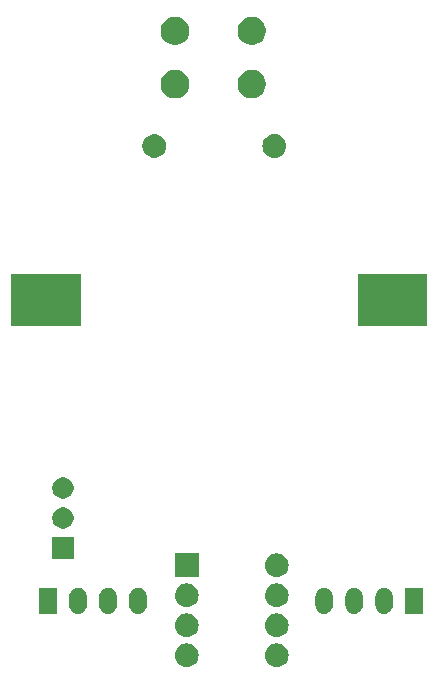
<source format=gbr>
G04 #@! TF.GenerationSoftware,KiCad,Pcbnew,5.0.2-bee76a0~70~ubuntu18.04.1*
G04 #@! TF.CreationDate,2019-03-10T18:19:14+01:00*
G04 #@! TF.ProjectId,robotac19,726f626f-7461-4633-9139-2e6b69636164,rev?*
G04 #@! TF.SameCoordinates,Original*
G04 #@! TF.FileFunction,Soldermask,Bot*
G04 #@! TF.FilePolarity,Negative*
%FSLAX46Y46*%
G04 Gerber Fmt 4.6, Leading zero omitted, Abs format (unit mm)*
G04 Created by KiCad (PCBNEW 5.0.2-bee76a0~70~ubuntu18.04.1) date dom 10 mar 2019 18:19:14 CET*
%MOMM*%
%LPD*%
G01*
G04 APERTURE LIST*
%ADD10C,0.100000*%
G04 APERTURE END LIST*
D10*
G36*
X160566030Y-124134469D02*
X160566033Y-124134470D01*
X160566034Y-124134470D01*
X160754535Y-124191651D01*
X160754537Y-124191652D01*
X160928260Y-124284509D01*
X161080528Y-124409472D01*
X161205491Y-124561740D01*
X161298348Y-124735463D01*
X161355531Y-124923970D01*
X161374838Y-125120000D01*
X161355531Y-125316030D01*
X161298348Y-125504537D01*
X161205491Y-125678260D01*
X161080528Y-125830528D01*
X160928260Y-125955491D01*
X160928258Y-125955492D01*
X160754535Y-126048349D01*
X160566034Y-126105530D01*
X160566033Y-126105530D01*
X160566030Y-126105531D01*
X160419124Y-126120000D01*
X160320876Y-126120000D01*
X160173970Y-126105531D01*
X160173967Y-126105530D01*
X160173966Y-126105530D01*
X159985465Y-126048349D01*
X159811742Y-125955492D01*
X159811740Y-125955491D01*
X159659472Y-125830528D01*
X159534509Y-125678260D01*
X159441652Y-125504537D01*
X159384469Y-125316030D01*
X159365162Y-125120000D01*
X159384469Y-124923970D01*
X159441652Y-124735463D01*
X159534509Y-124561740D01*
X159659472Y-124409472D01*
X159811740Y-124284509D01*
X159985463Y-124191652D01*
X159985465Y-124191651D01*
X160173966Y-124134470D01*
X160173967Y-124134470D01*
X160173970Y-124134469D01*
X160320876Y-124120000D01*
X160419124Y-124120000D01*
X160566030Y-124134469D01*
X160566030Y-124134469D01*
G37*
G36*
X152946030Y-124134469D02*
X152946033Y-124134470D01*
X152946034Y-124134470D01*
X153134535Y-124191651D01*
X153134537Y-124191652D01*
X153308260Y-124284509D01*
X153460528Y-124409472D01*
X153585491Y-124561740D01*
X153678348Y-124735463D01*
X153735531Y-124923970D01*
X153754838Y-125120000D01*
X153735531Y-125316030D01*
X153678348Y-125504537D01*
X153585491Y-125678260D01*
X153460528Y-125830528D01*
X153308260Y-125955491D01*
X153308258Y-125955492D01*
X153134535Y-126048349D01*
X152946034Y-126105530D01*
X152946033Y-126105530D01*
X152946030Y-126105531D01*
X152799124Y-126120000D01*
X152700876Y-126120000D01*
X152553970Y-126105531D01*
X152553967Y-126105530D01*
X152553966Y-126105530D01*
X152365465Y-126048349D01*
X152191742Y-125955492D01*
X152191740Y-125955491D01*
X152039472Y-125830528D01*
X151914509Y-125678260D01*
X151821652Y-125504537D01*
X151764469Y-125316030D01*
X151745162Y-125120000D01*
X151764469Y-124923970D01*
X151821652Y-124735463D01*
X151914509Y-124561740D01*
X152039472Y-124409472D01*
X152191740Y-124284509D01*
X152365463Y-124191652D01*
X152365465Y-124191651D01*
X152553966Y-124134470D01*
X152553967Y-124134470D01*
X152553970Y-124134469D01*
X152700876Y-124120000D01*
X152799124Y-124120000D01*
X152946030Y-124134469D01*
X152946030Y-124134469D01*
G37*
G36*
X160566030Y-121594469D02*
X160566033Y-121594470D01*
X160566034Y-121594470D01*
X160754535Y-121651651D01*
X160754537Y-121651652D01*
X160928260Y-121744509D01*
X161080528Y-121869472D01*
X161205491Y-122021740D01*
X161298348Y-122195463D01*
X161355531Y-122383970D01*
X161374838Y-122580000D01*
X161355531Y-122776030D01*
X161298348Y-122964537D01*
X161205491Y-123138260D01*
X161080528Y-123290528D01*
X160928260Y-123415491D01*
X160928258Y-123415492D01*
X160754535Y-123508349D01*
X160566034Y-123565530D01*
X160566033Y-123565530D01*
X160566030Y-123565531D01*
X160419124Y-123580000D01*
X160320876Y-123580000D01*
X160173970Y-123565531D01*
X160173967Y-123565530D01*
X160173966Y-123565530D01*
X159985465Y-123508349D01*
X159811742Y-123415492D01*
X159811740Y-123415491D01*
X159659472Y-123290528D01*
X159534509Y-123138260D01*
X159441652Y-122964537D01*
X159384469Y-122776030D01*
X159365162Y-122580000D01*
X159384469Y-122383970D01*
X159441652Y-122195463D01*
X159534509Y-122021740D01*
X159659472Y-121869472D01*
X159811740Y-121744509D01*
X159985463Y-121651652D01*
X159985465Y-121651651D01*
X160173966Y-121594470D01*
X160173967Y-121594470D01*
X160173970Y-121594469D01*
X160320876Y-121580000D01*
X160419124Y-121580000D01*
X160566030Y-121594469D01*
X160566030Y-121594469D01*
G37*
G36*
X152946030Y-121594469D02*
X152946033Y-121594470D01*
X152946034Y-121594470D01*
X153134535Y-121651651D01*
X153134537Y-121651652D01*
X153308260Y-121744509D01*
X153460528Y-121869472D01*
X153585491Y-122021740D01*
X153678348Y-122195463D01*
X153735531Y-122383970D01*
X153754838Y-122580000D01*
X153735531Y-122776030D01*
X153678348Y-122964537D01*
X153585491Y-123138260D01*
X153460528Y-123290528D01*
X153308260Y-123415491D01*
X153308258Y-123415492D01*
X153134535Y-123508349D01*
X152946034Y-123565530D01*
X152946033Y-123565530D01*
X152946030Y-123565531D01*
X152799124Y-123580000D01*
X152700876Y-123580000D01*
X152553970Y-123565531D01*
X152553967Y-123565530D01*
X152553966Y-123565530D01*
X152365465Y-123508349D01*
X152191742Y-123415492D01*
X152191740Y-123415491D01*
X152039472Y-123290528D01*
X151914509Y-123138260D01*
X151821652Y-122964537D01*
X151764469Y-122776030D01*
X151745162Y-122580000D01*
X151764469Y-122383970D01*
X151821652Y-122195463D01*
X151914509Y-122021740D01*
X152039472Y-121869472D01*
X152191740Y-121744509D01*
X152365463Y-121651652D01*
X152365465Y-121651651D01*
X152553966Y-121594470D01*
X152553967Y-121594470D01*
X152553970Y-121594469D01*
X152700876Y-121580000D01*
X152799124Y-121580000D01*
X152946030Y-121594469D01*
X152946030Y-121594469D01*
G37*
G36*
X164416105Y-119400000D02*
X164524085Y-119410635D01*
X164616450Y-119438654D01*
X164662634Y-119452663D01*
X164717036Y-119481742D01*
X164790320Y-119520913D01*
X164902238Y-119612762D01*
X164994087Y-119724680D01*
X165025856Y-119784116D01*
X165062337Y-119852366D01*
X165076346Y-119898550D01*
X165104365Y-119990915D01*
X165115000Y-120098895D01*
X165115000Y-120901105D01*
X165104365Y-121009085D01*
X165099376Y-121025530D01*
X165062337Y-121147634D01*
X165062336Y-121147635D01*
X164994088Y-121275319D01*
X164994086Y-121275321D01*
X164902238Y-121387238D01*
X164790321Y-121479086D01*
X164662633Y-121547337D01*
X164616449Y-121561346D01*
X164524084Y-121589365D01*
X164380000Y-121603556D01*
X164379999Y-121603556D01*
X164331972Y-121598826D01*
X164235915Y-121589365D01*
X164143550Y-121561346D01*
X164097366Y-121547337D01*
X164029116Y-121510856D01*
X163969680Y-121479087D01*
X163952662Y-121465121D01*
X163857762Y-121387238D01*
X163765914Y-121275321D01*
X163697663Y-121147633D01*
X163683654Y-121101449D01*
X163655635Y-121009084D01*
X163645000Y-120901104D01*
X163645000Y-120098895D01*
X163655635Y-119990915D01*
X163697664Y-119852367D01*
X163765914Y-119724680D01*
X163857763Y-119612762D01*
X163969681Y-119520913D01*
X164042965Y-119481742D01*
X164097367Y-119452663D01*
X164143551Y-119438654D01*
X164235916Y-119410635D01*
X164380000Y-119396444D01*
X164380001Y-119396444D01*
X164416105Y-119400000D01*
X164416105Y-119400000D01*
G37*
G36*
X143684084Y-119410635D02*
X143776449Y-119438654D01*
X143822633Y-119452663D01*
X143950321Y-119520914D01*
X144062238Y-119612762D01*
X144097283Y-119655465D01*
X144154087Y-119724680D01*
X144185856Y-119784116D01*
X144222337Y-119852366D01*
X144236346Y-119898550D01*
X144264365Y-119990915D01*
X144275000Y-120098895D01*
X144275000Y-120901105D01*
X144264365Y-121009085D01*
X144259376Y-121025530D01*
X144222337Y-121147634D01*
X144222336Y-121147635D01*
X144154087Y-121275320D01*
X144062238Y-121387238D01*
X143950320Y-121479087D01*
X143890884Y-121510856D01*
X143822634Y-121547337D01*
X143776450Y-121561346D01*
X143684085Y-121589365D01*
X143588028Y-121598826D01*
X143540001Y-121603556D01*
X143540000Y-121603556D01*
X143395916Y-121589365D01*
X143303551Y-121561346D01*
X143257367Y-121547337D01*
X143189117Y-121510856D01*
X143129681Y-121479087D01*
X143017763Y-121387238D01*
X142925914Y-121275320D01*
X142857664Y-121147633D01*
X142815635Y-121009085D01*
X142805000Y-120901105D01*
X142805000Y-120098896D01*
X142815635Y-119990916D01*
X142857663Y-119852368D01*
X142857663Y-119852367D01*
X142925914Y-119724679D01*
X143017762Y-119612762D01*
X143129679Y-119520914D01*
X143129678Y-119520914D01*
X143129680Y-119520913D01*
X143202964Y-119481742D01*
X143257366Y-119452663D01*
X143303550Y-119438654D01*
X143395915Y-119410635D01*
X143503895Y-119400000D01*
X143539999Y-119396444D01*
X143540000Y-119396444D01*
X143684084Y-119410635D01*
X143684084Y-119410635D01*
G37*
G36*
X166956105Y-119400000D02*
X167064085Y-119410635D01*
X167156450Y-119438654D01*
X167202634Y-119452663D01*
X167257036Y-119481742D01*
X167330320Y-119520913D01*
X167442238Y-119612762D01*
X167534087Y-119724680D01*
X167565856Y-119784116D01*
X167602337Y-119852366D01*
X167616346Y-119898550D01*
X167644365Y-119990915D01*
X167655000Y-120098895D01*
X167655000Y-120901105D01*
X167644365Y-121009085D01*
X167639376Y-121025530D01*
X167602337Y-121147634D01*
X167602336Y-121147635D01*
X167534088Y-121275319D01*
X167534086Y-121275321D01*
X167442238Y-121387238D01*
X167330321Y-121479086D01*
X167202633Y-121547337D01*
X167156449Y-121561346D01*
X167064084Y-121589365D01*
X166920000Y-121603556D01*
X166919999Y-121603556D01*
X166871972Y-121598826D01*
X166775915Y-121589365D01*
X166683550Y-121561346D01*
X166637366Y-121547337D01*
X166569116Y-121510856D01*
X166509680Y-121479087D01*
X166492662Y-121465121D01*
X166397762Y-121387238D01*
X166305914Y-121275321D01*
X166237663Y-121147633D01*
X166223654Y-121101449D01*
X166195635Y-121009084D01*
X166185000Y-120901104D01*
X166185000Y-120098895D01*
X166195635Y-119990915D01*
X166237664Y-119852367D01*
X166305914Y-119724680D01*
X166397763Y-119612762D01*
X166509681Y-119520913D01*
X166582965Y-119481742D01*
X166637367Y-119452663D01*
X166683551Y-119438654D01*
X166775916Y-119410635D01*
X166920000Y-119396444D01*
X166920001Y-119396444D01*
X166956105Y-119400000D01*
X166956105Y-119400000D01*
G37*
G36*
X169496105Y-119400000D02*
X169604085Y-119410635D01*
X169696450Y-119438654D01*
X169742634Y-119452663D01*
X169797036Y-119481742D01*
X169870320Y-119520913D01*
X169982238Y-119612762D01*
X170074087Y-119724680D01*
X170105856Y-119784116D01*
X170142337Y-119852366D01*
X170156346Y-119898550D01*
X170184365Y-119990915D01*
X170195000Y-120098895D01*
X170195000Y-120901105D01*
X170184365Y-121009085D01*
X170179376Y-121025530D01*
X170142337Y-121147634D01*
X170142336Y-121147635D01*
X170074088Y-121275319D01*
X170074086Y-121275321D01*
X169982238Y-121387238D01*
X169870321Y-121479086D01*
X169742633Y-121547337D01*
X169696449Y-121561346D01*
X169604084Y-121589365D01*
X169460000Y-121603556D01*
X169459999Y-121603556D01*
X169411972Y-121598826D01*
X169315915Y-121589365D01*
X169223550Y-121561346D01*
X169177366Y-121547337D01*
X169109116Y-121510856D01*
X169049680Y-121479087D01*
X169032662Y-121465121D01*
X168937762Y-121387238D01*
X168845914Y-121275321D01*
X168777663Y-121147633D01*
X168763654Y-121101449D01*
X168735635Y-121009084D01*
X168725000Y-120901104D01*
X168725000Y-120098895D01*
X168735635Y-119990915D01*
X168777664Y-119852367D01*
X168845914Y-119724680D01*
X168937763Y-119612762D01*
X169049681Y-119520913D01*
X169122965Y-119481742D01*
X169177367Y-119452663D01*
X169223551Y-119438654D01*
X169315916Y-119410635D01*
X169460000Y-119396444D01*
X169460001Y-119396444D01*
X169496105Y-119400000D01*
X169496105Y-119400000D01*
G37*
G36*
X146224084Y-119410635D02*
X146316449Y-119438654D01*
X146362633Y-119452663D01*
X146490321Y-119520914D01*
X146602238Y-119612762D01*
X146637283Y-119655465D01*
X146694087Y-119724680D01*
X146725856Y-119784116D01*
X146762337Y-119852366D01*
X146776346Y-119898550D01*
X146804365Y-119990915D01*
X146815000Y-120098895D01*
X146815000Y-120901105D01*
X146804365Y-121009085D01*
X146799376Y-121025530D01*
X146762337Y-121147634D01*
X146762336Y-121147635D01*
X146694087Y-121275320D01*
X146602238Y-121387238D01*
X146490320Y-121479087D01*
X146430884Y-121510856D01*
X146362634Y-121547337D01*
X146316450Y-121561346D01*
X146224085Y-121589365D01*
X146128028Y-121598826D01*
X146080001Y-121603556D01*
X146080000Y-121603556D01*
X145935916Y-121589365D01*
X145843551Y-121561346D01*
X145797367Y-121547337D01*
X145729117Y-121510856D01*
X145669681Y-121479087D01*
X145557763Y-121387238D01*
X145465914Y-121275320D01*
X145397664Y-121147633D01*
X145355635Y-121009085D01*
X145345000Y-120901105D01*
X145345000Y-120098896D01*
X145355635Y-119990916D01*
X145397663Y-119852368D01*
X145397663Y-119852367D01*
X145465914Y-119724679D01*
X145557762Y-119612762D01*
X145669679Y-119520914D01*
X145669678Y-119520914D01*
X145669680Y-119520913D01*
X145742964Y-119481742D01*
X145797366Y-119452663D01*
X145843550Y-119438654D01*
X145935915Y-119410635D01*
X146043895Y-119400000D01*
X146079999Y-119396444D01*
X146080000Y-119396444D01*
X146224084Y-119410635D01*
X146224084Y-119410635D01*
G37*
G36*
X148764084Y-119410635D02*
X148856449Y-119438654D01*
X148902633Y-119452663D01*
X149030321Y-119520914D01*
X149142238Y-119612762D01*
X149177283Y-119655465D01*
X149234087Y-119724680D01*
X149265856Y-119784116D01*
X149302337Y-119852366D01*
X149316346Y-119898550D01*
X149344365Y-119990915D01*
X149355000Y-120098895D01*
X149355000Y-120901105D01*
X149344365Y-121009085D01*
X149339376Y-121025530D01*
X149302337Y-121147634D01*
X149302336Y-121147635D01*
X149234087Y-121275320D01*
X149142238Y-121387238D01*
X149030320Y-121479087D01*
X148970884Y-121510856D01*
X148902634Y-121547337D01*
X148856450Y-121561346D01*
X148764085Y-121589365D01*
X148668028Y-121598826D01*
X148620001Y-121603556D01*
X148620000Y-121603556D01*
X148475916Y-121589365D01*
X148383551Y-121561346D01*
X148337367Y-121547337D01*
X148269117Y-121510856D01*
X148209681Y-121479087D01*
X148097763Y-121387238D01*
X148005914Y-121275320D01*
X147937664Y-121147633D01*
X147895635Y-121009085D01*
X147885000Y-120901105D01*
X147885000Y-120098896D01*
X147895635Y-119990916D01*
X147937663Y-119852368D01*
X147937663Y-119852367D01*
X148005914Y-119724679D01*
X148097762Y-119612762D01*
X148209679Y-119520914D01*
X148209678Y-119520914D01*
X148209680Y-119520913D01*
X148282964Y-119481742D01*
X148337366Y-119452663D01*
X148383550Y-119438654D01*
X148475915Y-119410635D01*
X148583895Y-119400000D01*
X148619999Y-119396444D01*
X148620000Y-119396444D01*
X148764084Y-119410635D01*
X148764084Y-119410635D01*
G37*
G36*
X141735000Y-121600000D02*
X140265000Y-121600000D01*
X140265000Y-119400000D01*
X141735000Y-119400000D01*
X141735000Y-121600000D01*
X141735000Y-121600000D01*
G37*
G36*
X172735000Y-121600000D02*
X171265000Y-121600000D01*
X171265000Y-119400000D01*
X172735000Y-119400000D01*
X172735000Y-121600000D01*
X172735000Y-121600000D01*
G37*
G36*
X160566030Y-119054469D02*
X160566033Y-119054470D01*
X160566034Y-119054470D01*
X160754535Y-119111651D01*
X160754537Y-119111652D01*
X160928260Y-119204509D01*
X161080528Y-119329472D01*
X161205491Y-119481740D01*
X161205492Y-119481742D01*
X161298349Y-119655465D01*
X161319345Y-119724680D01*
X161355531Y-119843970D01*
X161374838Y-120040000D01*
X161355531Y-120236030D01*
X161298348Y-120424537D01*
X161205491Y-120598260D01*
X161080528Y-120750528D01*
X160928260Y-120875491D01*
X160880340Y-120901105D01*
X160754535Y-120968349D01*
X160566034Y-121025530D01*
X160566033Y-121025530D01*
X160566030Y-121025531D01*
X160419124Y-121040000D01*
X160320876Y-121040000D01*
X160173970Y-121025531D01*
X160173967Y-121025530D01*
X160173966Y-121025530D01*
X159985465Y-120968349D01*
X159859660Y-120901105D01*
X159811740Y-120875491D01*
X159659472Y-120750528D01*
X159534509Y-120598260D01*
X159441652Y-120424537D01*
X159384469Y-120236030D01*
X159365162Y-120040000D01*
X159384469Y-119843970D01*
X159420655Y-119724680D01*
X159441651Y-119655465D01*
X159534508Y-119481742D01*
X159534509Y-119481740D01*
X159659472Y-119329472D01*
X159811740Y-119204509D01*
X159985463Y-119111652D01*
X159985465Y-119111651D01*
X160173966Y-119054470D01*
X160173967Y-119054470D01*
X160173970Y-119054469D01*
X160320876Y-119040000D01*
X160419124Y-119040000D01*
X160566030Y-119054469D01*
X160566030Y-119054469D01*
G37*
G36*
X152946030Y-119054469D02*
X152946033Y-119054470D01*
X152946034Y-119054470D01*
X153134535Y-119111651D01*
X153134537Y-119111652D01*
X153308260Y-119204509D01*
X153460528Y-119329472D01*
X153585491Y-119481740D01*
X153585492Y-119481742D01*
X153678349Y-119655465D01*
X153699345Y-119724680D01*
X153735531Y-119843970D01*
X153754838Y-120040000D01*
X153735531Y-120236030D01*
X153678348Y-120424537D01*
X153585491Y-120598260D01*
X153460528Y-120750528D01*
X153308260Y-120875491D01*
X153260340Y-120901105D01*
X153134535Y-120968349D01*
X152946034Y-121025530D01*
X152946033Y-121025530D01*
X152946030Y-121025531D01*
X152799124Y-121040000D01*
X152700876Y-121040000D01*
X152553970Y-121025531D01*
X152553967Y-121025530D01*
X152553966Y-121025530D01*
X152365465Y-120968349D01*
X152239660Y-120901105D01*
X152191740Y-120875491D01*
X152039472Y-120750528D01*
X151914509Y-120598260D01*
X151821652Y-120424537D01*
X151764469Y-120236030D01*
X151745162Y-120040000D01*
X151764469Y-119843970D01*
X151800655Y-119724680D01*
X151821651Y-119655465D01*
X151914508Y-119481742D01*
X151914509Y-119481740D01*
X152039472Y-119329472D01*
X152191740Y-119204509D01*
X152365463Y-119111652D01*
X152365465Y-119111651D01*
X152553966Y-119054470D01*
X152553967Y-119054470D01*
X152553970Y-119054469D01*
X152700876Y-119040000D01*
X152799124Y-119040000D01*
X152946030Y-119054469D01*
X152946030Y-119054469D01*
G37*
G36*
X160566030Y-116514469D02*
X160566033Y-116514470D01*
X160566034Y-116514470D01*
X160754535Y-116571651D01*
X160754537Y-116571652D01*
X160928260Y-116664509D01*
X161080528Y-116789472D01*
X161205491Y-116941740D01*
X161298348Y-117115463D01*
X161355531Y-117303970D01*
X161374838Y-117500000D01*
X161355531Y-117696030D01*
X161298348Y-117884537D01*
X161205491Y-118058260D01*
X161080528Y-118210528D01*
X160928260Y-118335491D01*
X160928258Y-118335492D01*
X160754535Y-118428349D01*
X160566034Y-118485530D01*
X160566033Y-118485530D01*
X160566030Y-118485531D01*
X160419124Y-118500000D01*
X160320876Y-118500000D01*
X160173970Y-118485531D01*
X160173967Y-118485530D01*
X160173966Y-118485530D01*
X159985465Y-118428349D01*
X159811742Y-118335492D01*
X159811740Y-118335491D01*
X159659472Y-118210528D01*
X159534509Y-118058260D01*
X159441652Y-117884537D01*
X159384469Y-117696030D01*
X159365162Y-117500000D01*
X159384469Y-117303970D01*
X159441652Y-117115463D01*
X159534509Y-116941740D01*
X159659472Y-116789472D01*
X159811740Y-116664509D01*
X159985463Y-116571652D01*
X159985465Y-116571651D01*
X160173966Y-116514470D01*
X160173967Y-116514470D01*
X160173970Y-116514469D01*
X160320876Y-116500000D01*
X160419124Y-116500000D01*
X160566030Y-116514469D01*
X160566030Y-116514469D01*
G37*
G36*
X153750000Y-118500000D02*
X151750000Y-118500000D01*
X151750000Y-116500000D01*
X153750000Y-116500000D01*
X153750000Y-118500000D01*
X153750000Y-118500000D01*
G37*
G36*
X143162000Y-116940000D02*
X141362000Y-116940000D01*
X141362000Y-115140000D01*
X143162000Y-115140000D01*
X143162000Y-116940000D01*
X143162000Y-116940000D01*
G37*
G36*
X142524521Y-112634586D02*
X142688309Y-112702429D01*
X142835720Y-112800926D01*
X142961074Y-112926280D01*
X143059571Y-113073691D01*
X143127414Y-113237479D01*
X143162000Y-113411356D01*
X143162000Y-113588644D01*
X143127414Y-113762521D01*
X143059571Y-113926309D01*
X142961074Y-114073720D01*
X142835720Y-114199074D01*
X142688309Y-114297571D01*
X142524521Y-114365414D01*
X142350644Y-114400000D01*
X142173356Y-114400000D01*
X141999479Y-114365414D01*
X141835691Y-114297571D01*
X141688280Y-114199074D01*
X141562926Y-114073720D01*
X141464429Y-113926309D01*
X141396586Y-113762521D01*
X141362000Y-113588644D01*
X141362000Y-113411356D01*
X141396586Y-113237479D01*
X141464429Y-113073691D01*
X141562926Y-112926280D01*
X141688280Y-112800926D01*
X141835691Y-112702429D01*
X141999479Y-112634586D01*
X142173356Y-112600000D01*
X142350644Y-112600000D01*
X142524521Y-112634586D01*
X142524521Y-112634586D01*
G37*
G36*
X142524521Y-110094586D02*
X142688309Y-110162429D01*
X142835720Y-110260926D01*
X142961074Y-110386280D01*
X143059571Y-110533691D01*
X143127414Y-110697479D01*
X143162000Y-110871356D01*
X143162000Y-111048644D01*
X143127414Y-111222521D01*
X143059571Y-111386309D01*
X142961074Y-111533720D01*
X142835720Y-111659074D01*
X142688309Y-111757571D01*
X142524521Y-111825414D01*
X142350644Y-111860000D01*
X142173356Y-111860000D01*
X141999479Y-111825414D01*
X141835691Y-111757571D01*
X141688280Y-111659074D01*
X141562926Y-111533720D01*
X141464429Y-111386309D01*
X141396586Y-111222521D01*
X141362000Y-111048644D01*
X141362000Y-110871356D01*
X141396586Y-110697479D01*
X141464429Y-110533691D01*
X141562926Y-110386280D01*
X141688280Y-110260926D01*
X141835691Y-110162429D01*
X141999479Y-110094586D01*
X142173356Y-110060000D01*
X142350644Y-110060000D01*
X142524521Y-110094586D01*
X142524521Y-110094586D01*
G37*
G36*
X143770000Y-97200000D02*
X137870000Y-97200000D01*
X137870000Y-92800000D01*
X143770000Y-92800000D01*
X143770000Y-97200000D01*
X143770000Y-97200000D01*
G37*
G36*
X173130000Y-97200000D02*
X167230000Y-97200000D01*
X167230000Y-92800000D01*
X173130000Y-92800000D01*
X173130000Y-97200000D01*
X173130000Y-97200000D01*
G37*
G36*
X160356030Y-81014469D02*
X160356033Y-81014470D01*
X160356034Y-81014470D01*
X160544535Y-81071651D01*
X160544537Y-81071652D01*
X160718260Y-81164509D01*
X160870528Y-81289472D01*
X160995491Y-81441740D01*
X161088348Y-81615463D01*
X161145531Y-81803970D01*
X161164838Y-82000000D01*
X161145531Y-82196030D01*
X161088348Y-82384537D01*
X160995491Y-82558260D01*
X160870528Y-82710528D01*
X160718260Y-82835491D01*
X160718258Y-82835492D01*
X160544535Y-82928349D01*
X160356034Y-82985530D01*
X160356033Y-82985530D01*
X160356030Y-82985531D01*
X160209124Y-83000000D01*
X160110876Y-83000000D01*
X159963970Y-82985531D01*
X159963967Y-82985530D01*
X159963966Y-82985530D01*
X159775465Y-82928349D01*
X159601742Y-82835492D01*
X159601740Y-82835491D01*
X159449472Y-82710528D01*
X159324509Y-82558260D01*
X159231652Y-82384537D01*
X159174469Y-82196030D01*
X159155162Y-82000000D01*
X159174469Y-81803970D01*
X159231652Y-81615463D01*
X159324509Y-81441740D01*
X159449472Y-81289472D01*
X159601740Y-81164509D01*
X159775463Y-81071652D01*
X159775465Y-81071651D01*
X159963966Y-81014470D01*
X159963967Y-81014470D01*
X159963970Y-81014469D01*
X160110876Y-81000000D01*
X160209124Y-81000000D01*
X160356030Y-81014469D01*
X160356030Y-81014469D01*
G37*
G36*
X150175770Y-81015372D02*
X150291689Y-81038429D01*
X150473678Y-81113811D01*
X150637463Y-81223249D01*
X150776751Y-81362537D01*
X150886189Y-81526322D01*
X150961571Y-81708311D01*
X151000000Y-81901509D01*
X151000000Y-82098491D01*
X150961571Y-82291689D01*
X150886189Y-82473678D01*
X150776751Y-82637463D01*
X150637463Y-82776751D01*
X150473678Y-82886189D01*
X150291689Y-82961571D01*
X150175770Y-82984628D01*
X150098493Y-83000000D01*
X149901507Y-83000000D01*
X149824230Y-82984628D01*
X149708311Y-82961571D01*
X149526322Y-82886189D01*
X149362537Y-82776751D01*
X149223249Y-82637463D01*
X149113811Y-82473678D01*
X149038429Y-82291689D01*
X149000000Y-82098491D01*
X149000000Y-81901509D01*
X149038429Y-81708311D01*
X149113811Y-81526322D01*
X149223249Y-81362537D01*
X149362537Y-81223249D01*
X149526322Y-81113811D01*
X149708311Y-81038429D01*
X149824230Y-81015372D01*
X149901507Y-81000000D01*
X150098493Y-81000000D01*
X150175770Y-81015372D01*
X150175770Y-81015372D01*
G37*
G36*
X158600026Y-75596115D02*
X158818412Y-75686573D01*
X159014958Y-75817901D01*
X159182099Y-75985042D01*
X159313427Y-76181588D01*
X159403885Y-76399974D01*
X159450000Y-76631809D01*
X159450000Y-76868191D01*
X159403885Y-77100026D01*
X159313427Y-77318412D01*
X159182099Y-77514958D01*
X159014958Y-77682099D01*
X158818412Y-77813427D01*
X158600026Y-77903885D01*
X158368191Y-77950000D01*
X158131809Y-77950000D01*
X157899974Y-77903885D01*
X157681588Y-77813427D01*
X157485042Y-77682099D01*
X157317901Y-77514958D01*
X157186573Y-77318412D01*
X157096115Y-77100026D01*
X157050000Y-76868191D01*
X157050000Y-76631809D01*
X157096115Y-76399974D01*
X157186573Y-76181588D01*
X157317901Y-75985042D01*
X157485042Y-75817901D01*
X157681588Y-75686573D01*
X157899974Y-75596115D01*
X158131809Y-75550000D01*
X158368191Y-75550000D01*
X158600026Y-75596115D01*
X158600026Y-75596115D01*
G37*
G36*
X152100026Y-75596115D02*
X152318412Y-75686573D01*
X152514958Y-75817901D01*
X152682099Y-75985042D01*
X152813427Y-76181588D01*
X152903885Y-76399974D01*
X152950000Y-76631809D01*
X152950000Y-76868191D01*
X152903885Y-77100026D01*
X152813427Y-77318412D01*
X152682099Y-77514958D01*
X152514958Y-77682099D01*
X152318412Y-77813427D01*
X152100026Y-77903885D01*
X151868191Y-77950000D01*
X151631809Y-77950000D01*
X151399974Y-77903885D01*
X151181588Y-77813427D01*
X150985042Y-77682099D01*
X150817901Y-77514958D01*
X150686573Y-77318412D01*
X150596115Y-77100026D01*
X150550000Y-76868191D01*
X150550000Y-76631809D01*
X150596115Y-76399974D01*
X150686573Y-76181588D01*
X150817901Y-75985042D01*
X150985042Y-75817901D01*
X151181588Y-75686573D01*
X151399974Y-75596115D01*
X151631809Y-75550000D01*
X151868191Y-75550000D01*
X152100026Y-75596115D01*
X152100026Y-75596115D01*
G37*
G36*
X158600026Y-71096115D02*
X158818412Y-71186573D01*
X159014958Y-71317901D01*
X159182099Y-71485042D01*
X159313427Y-71681588D01*
X159403885Y-71899974D01*
X159450000Y-72131809D01*
X159450000Y-72368191D01*
X159403885Y-72600026D01*
X159313427Y-72818412D01*
X159182099Y-73014958D01*
X159014958Y-73182099D01*
X158818412Y-73313427D01*
X158600026Y-73403885D01*
X158368191Y-73450000D01*
X158131809Y-73450000D01*
X157899974Y-73403885D01*
X157681588Y-73313427D01*
X157485042Y-73182099D01*
X157317901Y-73014958D01*
X157186573Y-72818412D01*
X157096115Y-72600026D01*
X157050000Y-72368191D01*
X157050000Y-72131809D01*
X157096115Y-71899974D01*
X157186573Y-71681588D01*
X157317901Y-71485042D01*
X157485042Y-71317901D01*
X157681588Y-71186573D01*
X157899974Y-71096115D01*
X158131809Y-71050000D01*
X158368191Y-71050000D01*
X158600026Y-71096115D01*
X158600026Y-71096115D01*
G37*
G36*
X152100026Y-71096115D02*
X152318412Y-71186573D01*
X152514958Y-71317901D01*
X152682099Y-71485042D01*
X152813427Y-71681588D01*
X152903885Y-71899974D01*
X152950000Y-72131809D01*
X152950000Y-72368191D01*
X152903885Y-72600026D01*
X152813427Y-72818412D01*
X152682099Y-73014958D01*
X152514958Y-73182099D01*
X152318412Y-73313427D01*
X152100026Y-73403885D01*
X151868191Y-73450000D01*
X151631809Y-73450000D01*
X151399974Y-73403885D01*
X151181588Y-73313427D01*
X150985042Y-73182099D01*
X150817901Y-73014958D01*
X150686573Y-72818412D01*
X150596115Y-72600026D01*
X150550000Y-72368191D01*
X150550000Y-72131809D01*
X150596115Y-71899974D01*
X150686573Y-71681588D01*
X150817901Y-71485042D01*
X150985042Y-71317901D01*
X151181588Y-71186573D01*
X151399974Y-71096115D01*
X151631809Y-71050000D01*
X151868191Y-71050000D01*
X152100026Y-71096115D01*
X152100026Y-71096115D01*
G37*
M02*

</source>
